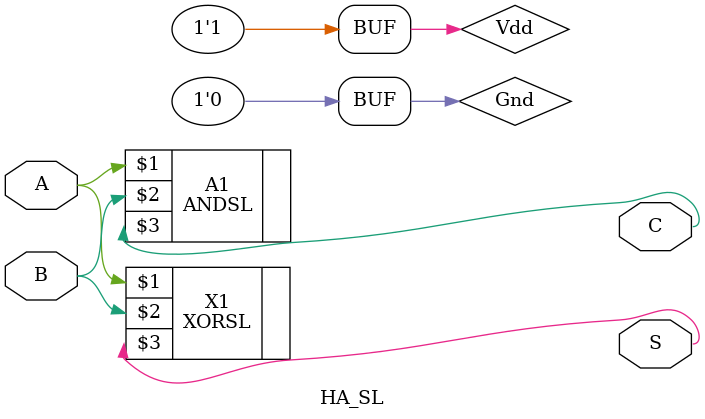
<source format=v>
module HA_SL(A,B,S,C);
input A,B;
output S,C;
supply1 Vdd;
supply0 Gnd;
XORSL X1(A,B,S);
ANDSL A1(A,B,C);
endmodule

</source>
